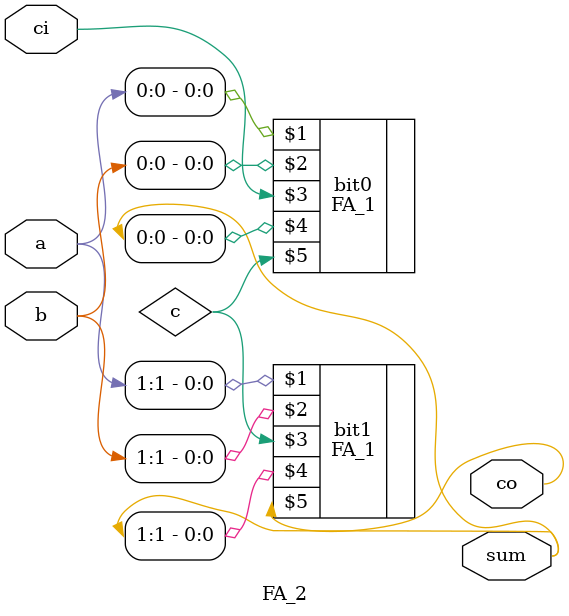
<source format=v>
`timescale 1ns / 1ps


module FA_2(input[1:0] a, b, input ci, output[1:0] sum, output co);
wire c;
FA_1 bit0(a[0], b[0], ci, sum[0], c);
FA_1 bit1(a[1], b[1], c, sum[1], co);
endmodule

</source>
